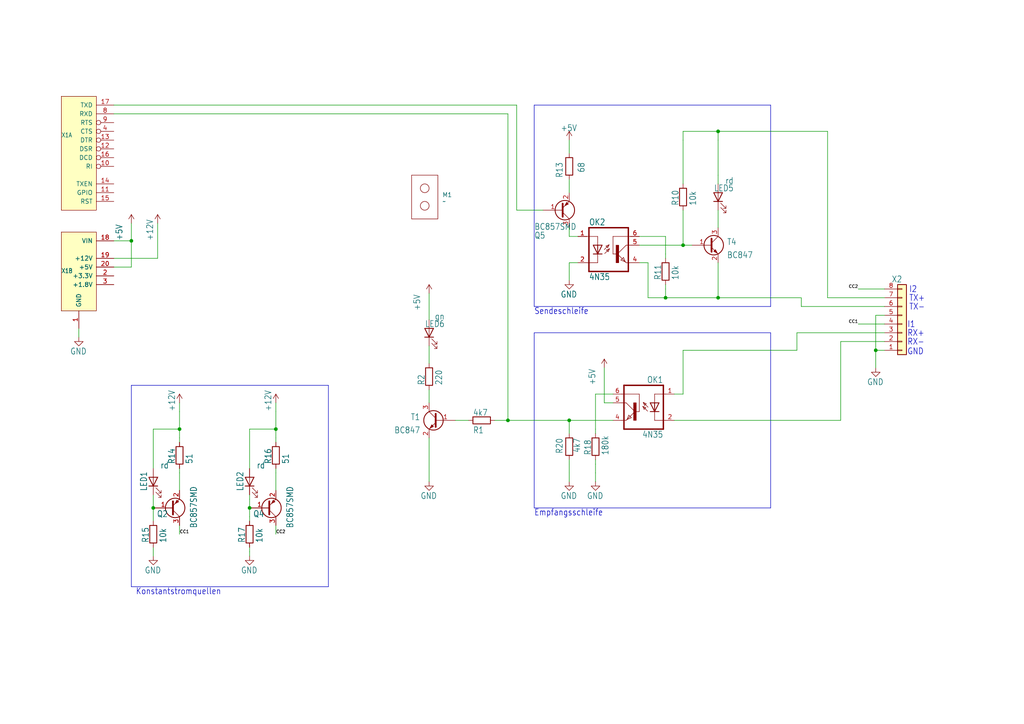
<source format=kicad_sch>
(kicad_sch (version 20250114) (generator "eeschema") (generator_version "9.0")
  (paper "A4")
  (title_block (date "2023-09-23"))
  (lib_symbols
    (symbol "5_TTY-eagle-import:4N35"
      (property "Reference" "OK" (at -6.985 5.715 0))
      (symbol "4N35_1_0"
        (polyline (pts (xy -7.62 2.54) (xy -4.445 2.54)) (stroke (width 0.1524)))
        (polyline (pts (xy -6.985 5.08) (xy -6.985 -7.62)) (stroke (width 0.4064)))
        (polyline (pts (xy -6.985 5.08) (xy 4.445 5.08)) (stroke (width 0.4064)))
        (polyline (pts (xy -6.985 -7.62) (xy 4.445 -7.62)) (stroke (width 0.4064)))
        (polyline (pts (xy -4.445 2.54) (xy -4.445 0)) (stroke (width 0.1524)))
        (polyline (pts (xy -4.445 0) (xy -5.715 0)) (stroke (width 0.254)))
        (polyline (pts (xy -4.445 0) (xy -4.445 -2.54)) (stroke (width 0.254)))
        (polyline (pts (xy -4.445 -2.54) (xy -5.715 0)) (stroke (width 0.254)))
        (polyline (pts (xy -4.445 -2.54) (xy -5.715 -2.54)) (stroke (width 0.254)))
        (polyline (pts (xy -4.445 -2.54) (xy -4.445 -5.08)) (stroke (width 0.1524)))
        (polyline (pts (xy -4.445 -5.08) (xy -7.62 -5.08)) (stroke (width 0.1524)))
        (polyline (pts (xy -3.175 0) (xy -4.445 0)) (stroke (width 0.254)))
        (polyline (pts (xy -3.175 0) (xy -4.445 -2.54)) (stroke (width 0.254)))
        (polyline (pts (xy -3.175 -2.54) (xy -4.445 -2.54)) (stroke (width 0.254)))
        (polyline (pts (xy -2.54 -1.27) (xy -1.143 0.127)) (stroke (width 0.1524)))
        (polyline (pts (xy -2.413 -2.413) (xy -1.016 -1.016)) (stroke (width 0.1524)))
        (polyline (pts (xy -2.032 -0.254) (xy -1.524 -0.762)) (stroke (width 0.1524)))
        (polyline (pts (xy -1.905 -1.397) (xy -1.397 -1.905)) (stroke (width 0.1524)))
        (polyline (pts (xy -1.524 -0.762) (xy -1.143 0.127)) (stroke (width 0.1524)))
        (polyline (pts (xy -1.397 -1.905) (xy -1.016 -1.016)) (stroke (width 0.1524)))
        (polyline (pts (xy -1.143 0.127) (xy -2.032 -0.254)) (stroke (width 0.1524)))
        (polyline (pts (xy -1.016 -1.016) (xy -1.905 -1.397)) (stroke (width 0.1524)))
        (polyline (pts (xy 0 2.54) (xy 5.08 2.54)) (stroke (width 0.1524)))
        (polyline (pts (xy 0 -2.54) (xy 0 2.54)) (stroke (width 0.1524)))
        (polyline (pts (xy 0 -2.54) (xy 1.016 -2.54)) (stroke (width 0.1524)))
        (rectangle (start 0.889 -5.08) (end 1.651 0) (fill (type outline)))
        (polyline (pts (xy 1.27 -2.54) (xy 3.556 -4.826)) (stroke (width 0.1524)))
        (polyline (pts (xy 2.286 -4.318) (xy 3.048 -3.556)) (stroke (width 0.1524)))
        (polyline (pts (xy 3.048 -3.556) (xy 3.556 -4.826)) (stroke (width 0.1524)))
        (polyline (pts (xy 3.556 -4.826) (xy 2.286 -4.318)) (stroke (width 0.1524)))
        (polyline (pts (xy 3.556 -4.826) (xy 3.81 -5.08)) (stroke (width 0.1524)))
        (polyline (pts (xy 3.81 0) (xy 1.27 -2.54)) (stroke (width 0.1524)))
        (polyline (pts (xy 3.81 0) (xy 5.08 0)) (stroke (width 0.1524)))
        (polyline (pts (xy 3.81 -5.08) (xy 5.08 -5.08)) (stroke (width 0.1524)))
        (polyline (pts (xy 4.445 5.08) (xy 4.445 -7.62)) (stroke (width 0.4064)))
        (pin passive line (at -10.16 2.54 0) (length 2.54) (name "A") (number "1"))
        (pin passive line (at -10.16 -5.08 0) (length 2.54) (name "C") (number "2"))
        (pin passive line (at 7.62 2.54 180) (length 2.54) (name "BAS") (number "6"))
        (pin passive line (at 7.62 0 180) (length 2.54) (name "COL") (number "5"))
        (pin passive line (at 7.62 -5.08 180) (length 2.54) (name "EMI") (number "4"))
      )
    )
    (symbol "AllSerial2:AllSerial_Connector" (pin_names (offset 1.016))
      (property "Reference" "X" (at -5.08 19.05 0))
      (symbol "AllSerial_Connector_1_0"
        (pin output line (at 10.16 15.24 180) (length 5.08) (name "TXD") (number "17"))
        (pin input line (at 10.16 12.7 180) (length 5.08) (name "RXD") (number "8"))
        (pin output inverted (at 10.16 10.16 180) (length 5.08) (name "RTS") (number "9"))
        (pin input inverted (at 10.16 7.62 180) (length 5.08) (name "CTS") (number "4"))
        (pin output inverted (at 10.16 5.08 180) (length 5.08) (name "DTR") (number "13"))
        (pin input inverted (at 10.16 2.54 180) (length 5.08) (name "DSR") (number "12"))
        (pin input inverted (at 10.16 0 180) (length 5.08) (name "DCD") (number "16"))
        (pin input inverted (at 10.16 -2.54 180) (length 5.08) (name "RI") (number "10"))
        (pin output line (at 10.16 -7.62 180) (length 5.08) (name "TXEN") (number "14"))
        (pin bidirectional line (at 10.16 -10.16 180) (length 5.08) (name "GPIO") (number "11"))
        (pin bidirectional line (at 10.16 -12.7 180) (length 5.08) (name "RST") (number "15"))
      )
      (symbol "AllSerial_Connector_1_1"
        (rectangle (start -5.08 17.78) (end 5.08 -15.24) (fill (type background)))
      )
      (symbol "AllSerial_Connector_2_0"
        (pin bidirectional line (at 0 -10.16 90) (length 5.08) (name "GND") (number "1"))
        (pin bidirectional line (at 10.16 15.24 180) (length 5.08) (name "VIN") (number "18"))
        (pin bidirectional line (at 10.16 10.16 180) (length 5.08) (name "+12V") (number "19"))
        (pin bidirectional line (at 10.16 7.62 180) (length 5.08) (name "+5V") (number "20"))
        (pin bidirectional line (at 10.16 5.08 180) (length 5.08) (name "+3.3V") (number "2"))
        (pin bidirectional line (at 10.16 2.54 180) (length 5.08) (name "+1.8V") (number "3"))
      )
      (symbol "AllSerial_Connector_2_1"
        (rectangle (start -5.08 17.78) (end 5.08 -5.08) (fill (type background)))
      )
      (symbol "AllSerial_Connector_3_0"
        (pin bidirectional line (at 10.16 15.24 180) (length 5.08) (name "VUSB") (number "7"))
        (pin bidirectional line (at 10.16 12.7 180) (length 5.08) (name "D+") (number "6"))
        (pin bidirectional line (at 10.16 10.16 180) (length 5.08) (name "D-") (number "5"))
      )
      (symbol "AllSerial_Connector_3_1"
        (rectangle (start -5.08 17.78) (end 5.08 7.62) (fill (type background)))
      )
    )
    (symbol "AllSerial:Mentor_1296.2012"
      (property "Reference" "M" (at 0 16.51 0))
      (symbol "Mentor_1296.2012_0_1"
        (rectangle (start -3.81 15.24) (end 3.81 2.54))
        (circle (center 0 11.43) (radius 1.27))
        (circle (center 0 6.35) (radius 1.27))
      )
    )
    (symbol "Connector_Generic:Conn_01x08" (pin_names (offset 1.016) (hide yes))
      (property "Reference" "J" (at 0 10.16 0))
      (property "Value" "Conn_01x08" (at 0 -12.7 0))
      (symbol "Conn_01x08_1_1"
        (rectangle (start -1.27 8.89) (end 1.27 -11.43) (stroke (width 0.254)) (fill (type background)))
        (rectangle (start -1.27 7.747) (end 0 7.493) (stroke (width 0.1524)))
        (rectangle (start -1.27 5.207) (end 0 4.953) (stroke (width 0.1524)))
        (rectangle (start -1.27 2.667) (end 0 2.413) (stroke (width 0.1524)))
        (rectangle (start -1.27 0.127) (end 0 -0.127) (stroke (width 0.1524)))
        (rectangle (start -1.27 -2.413) (end 0 -2.667) (stroke (width 0.1524)))
        (rectangle (start -1.27 -4.953) (end 0 -5.207) (stroke (width 0.1524)))
        (rectangle (start -1.27 -7.493) (end 0 -7.747) (stroke (width 0.1524)))
        (rectangle (start -1.27 -10.033) (end 0 -10.287) (stroke (width 0.1524)))
        (pin passive line (at -5.08 7.62 0) (length 3.81) (name "Pin_1") (number "1"))
        (pin passive line (at -5.08 5.08 0) (length 3.81) (name "Pin_2") (number "2"))
        (pin passive line (at -5.08 2.54 0) (length 3.81) (name "Pin_3") (number "3"))
        (pin passive line (at -5.08 0 0) (length 3.81) (name "Pin_4") (number "4"))
        (pin passive line (at -5.08 -2.54 0) (length 3.81) (name "Pin_5") (number "5"))
        (pin passive line (at -5.08 -5.08 0) (length 3.81) (name "Pin_6") (number "6"))
        (pin passive line (at -5.08 -7.62 0) (length 3.81) (name "Pin_7") (number "7"))
        (pin passive line (at -5.08 -10.16 0) (length 3.81) (name "Pin_8") (number "8"))
      )
    )
    (symbol "Device:LED" (pin_numbers (hide yes)) (pin_names (offset 1.016) (hide yes))
      (property "Reference" "D" (at 0 2.54 0))
      (property "Value" "LED" (at 0 -2.54 0))
      (symbol "LED_0_1"
        (polyline (pts (xy -3.048 -0.762) (xy -4.572 -2.286) (xy -3.81 -2.286) (xy -4.572 -2.286) (xy -4.572 -1.524)))
        (polyline (pts (xy -1.778 -0.762) (xy -3.302 -2.286) (xy -2.54 -2.286) (xy -3.302 -2.286) (xy -3.302 -1.524)))
        (polyline (pts (xy -1.27 0) (xy 1.27 0)))
        (polyline (pts (xy -1.27 -1.27) (xy -1.27 1.27)) (stroke (width 0.254)))
        (polyline (pts (xy 1.27 -1.27) (xy 1.27 1.27) (xy -1.27 0) (xy 1.27 -1.27)) (stroke (width 0.254)))
      )
      (symbol "LED_1_1"
        (pin passive line (at -3.81 0 0) (length 2.54) (name "K") (number "1"))
        (pin passive line (at 3.81 0 180) (length 2.54) (name "A") (number "2"))
      )
    )
    (symbol "Device:R" (pin_numbers (hide yes)) (pin_names (offset 0))
      (property "Reference" "R" (at 2.032 0 90))
      (property "Value" "R" (at 0 0 90))
      (symbol "R_0_1"
        (rectangle (start -1.016 -2.54) (end 1.016 2.54) (stroke (width 0.254)))
      )
      (symbol "R_1_1"
        (pin passive line (at 0 3.81 270) (length 1.27) (name "~") (number "1"))
        (pin passive line (at 0 -3.81 90) (length 1.27) (name "~") (number "2"))
      )
    )
    (symbol "Transistor_BJT:BC847" (pin_names (offset 0) (hide yes))
      (property "Reference" "Q" (at 5.08 1.905 0))
      (property "Value" "BC847" (at 5.08 0 0))
      (symbol "BC847_0_1"
        (polyline (pts (xy 0.635 1.905) (xy 0.635 -1.905) (xy 0.635 -1.905)) (stroke (width 0.508)))
        (polyline (pts (xy 0.635 0.635) (xy 2.54 2.54)))
        (polyline (pts (xy 0.635 -0.635) (xy 2.54 -2.54) (xy 2.54 -2.54)))
        (circle (center 1.27 0) (radius 2.8194) (stroke (width 0.254)))
        (polyline (pts (xy 1.27 -1.778) (xy 1.778 -1.27) (xy 2.286 -2.286) (xy 1.27 -1.778) (xy 1.27 -1.778)) (fill (type outline)))
      )
      (symbol "BC847_1_1"
        (pin input line (at -5.08 0 0) (length 5.715) (name "B") (number "1"))
        (pin passive line (at 2.54 5.08 270) (length 2.54) (name "C") (number "3"))
        (pin passive line (at 2.54 -5.08 90) (length 2.54) (name "E") (number "2"))
      )
    )
    (symbol "Transistor_BJT:BC857" (pin_names (offset 0) (hide yes))
      (property "Reference" "Q" (at 5.08 1.905 0))
      (property "Value" "BC857" (at 5.08 0 0))
      (symbol "BC857_0_1"
        (polyline (pts (xy 0.635 1.905) (xy 0.635 -1.905) (xy 0.635 -1.905)) (stroke (width 0.508)))
        (polyline (pts (xy 0.635 0.635) (xy 2.54 2.54)))
        (polyline (pts (xy 0.635 -0.635) (xy 2.54 -2.54) (xy 2.54 -2.54)))
        (circle (center 1.27 0) (radius 2.8194) (stroke (width 0.254)))
        (polyline (pts (xy 2.286 -1.778) (xy 1.778 -2.286) (xy 1.27 -1.27) (xy 2.286 -1.778) (xy 2.286 -1.778)) (fill (type outline)))
      )
      (symbol "BC857_1_1"
        (pin input line (at -5.08 0 0) (length 5.715) (name "B") (number "1"))
        (pin passive line (at 2.54 5.08 270) (length 2.54) (name "C") (number "3"))
        (pin passive line (at 2.54 -5.08 90) (length 2.54) (name "E") (number "2"))
      )
    )
    (symbol "power:+12V" (power) (pin_names (offset 0))
      (property "Value" "+12V" (at 0 3.556 0))
      (symbol "+12V_0_1"
        (polyline (pts (xy -0.762 1.27) (xy 0 2.54)))
        (polyline (pts (xy 0 2.54) (xy 0.762 1.27)))
        (polyline (pts (xy 0 0) (xy 0 2.54)))
      )
      (symbol "+12V_1_1"
        (pin power_in line (at 0 0 90) (length 0) (hide yes) (name "+12V") (number "1"))
      )
    )
    (symbol "power:+5V" (power) (pin_names (offset 0))
      (property "Value" "+5V" (at 0 3.556 0))
      (symbol "+5V_0_1"
        (polyline (pts (xy -0.762 1.27) (xy 0 2.54)))
        (polyline (pts (xy 0 2.54) (xy 0.762 1.27)))
        (polyline (pts (xy 0 0) (xy 0 2.54)))
      )
      (symbol "+5V_1_1"
        (pin power_in line (at 0 0 90) (length 0) (hide yes) (name "+5V") (number "1"))
      )
    )
    (symbol "power:GND" (power) (pin_names (offset 0))
      (property "Value" "GND" (at 0 -3.81 0))
      (symbol "GND_0_1"
        (polyline (pts (xy 0 0) (xy 0 -1.27) (xy 1.27 -1.27) (xy 0 -2.54) (xy -1.27 -1.27) (xy 0 -1.27)))
      )
      (symbol "GND_1_1"
        (pin power_in line (at 0 0 270) (length 0) (hide yes) (name "GND") (number "1"))
      )
    )
  )
  (text "GND" (at 263.144 103.124 0) (effects (font (size 1.778 1.5113)) (justify left bottom)))
  (text "TX-" (at 263.652 90.17 0) (effects (font (size 1.778 1.5113)) (justify left bottom)))
  (text "TX+" (at 263.652 87.63 0) (effects (font (size 1.778 1.5113)) (justify left bottom)))
  (text "RX-" (at 263.144 100.33 0) (effects (font (size 1.778 1.5113)) (justify left bottom)))
  (text "RX+" (at 263.144 97.79 0) (effects (font (size 1.778 1.5113)) (justify left bottom)))
  (text "Konstantstromquellen" (at 39.37 172.72 0) (effects (font (size 1.778 1.5113)) (justify left bottom)))
  (text "I1" (at 263.144 95.25 0) (effects (font (size 1.778 1.5113)) (justify left bottom)))
  (text "I2" (at 263.652 85.09 0) (effects (font (size 1.778 1.5113)) (justify left bottom)))
  (text "Sendeschleife" (at 154.94 91.44 0) (effects (font (size 1.778 1.5113)) (justify left bottom)))
  (text "Empfangsschleife" (at 154.94 149.86 0) (effects (font (size 1.778 1.5113)) (justify left bottom)))
  (junction (at 72.39 147.32))
  (junction (at 80.01 124.46))
  (junction (at 198.12 71.12))
  (junction (at 147.32 121.92))
  (junction (at 254 101.6))
  (junction (at 208.28 38.1))
  (junction (at 165.1 121.92))
  (junction (at 38.1 69.85))
  (junction (at 44.45 147.32))
  (junction (at 208.28 86.36))
  (junction (at 52.07 124.46))
  (junction (at 193.04 86.36))
  (wire (pts (xy 208.28 50.8) (xy 208.28 53.34)) (stroke (width 0.1524)))
  (wire (pts (xy 193.04 68.58) (xy 193.04 73.66)) (stroke (width 0.1524)))
  (wire (pts (xy 175.26 106.68) (xy 175.26 109.22)))
  (wire (pts (xy 208.28 38.1) (xy 240.03 38.1)) (stroke (width 0.1524)))
  (wire (pts (xy 80.01 152.4) (xy 80.01 154.94)) (stroke (width 0.1524)))
  (wire (pts (xy 172.72 137.16) (xy 172.72 134.62)) (stroke (width 0.1524)))
  (wire (pts (xy 165.1 121.92) (xy 165.1 124.46)) (stroke (width 0.1524)))
  (wire (pts (xy 33.02 30.48) (xy 149.86 30.48)) (stroke (width 0.1524)))
  (wire (pts (xy 165.1 78.74) (xy 165.1 81.28)))
  (wire (pts (xy 187.96 86.36) (xy 193.04 86.36)) (stroke (width 0.1524)))
  (wire (pts (xy 198.12 101.6) (xy 198.12 114.3)) (stroke (width 0.1524)))
  (polyline (pts (xy 223.52 96.52) (xy 223.52 147.32)) (stroke (width 0.1524) (type solid)))
  (wire (pts (xy 124.46 113.03) (xy 124.46 116.84)))
  (wire (pts (xy 232.41 88.9) (xy 256.54 88.9)) (stroke (width 0.1524)))
  (wire (pts (xy 210.82 101.6) (xy 231.14 101.6)) (stroke (width 0.1524)))
  (wire (pts (xy 38.1 69.85) (xy 38.1 64.77)) (stroke (width 0.1524)))
  (wire (pts (xy 232.41 86.36) (xy 232.41 88.9)) (stroke (width 0.1524)))
  (wire (pts (xy 208.28 86.36) (xy 232.41 86.36)) (stroke (width 0.1524)))
  (wire (pts (xy 149.86 60.96) (xy 157.48 60.96)))
  (wire (pts (xy 165.1 137.16) (xy 165.1 139.7)))
  (wire (pts (xy 165.1 124.46) (xy 165.1 125.73)))
  (wire (pts (xy 187.96 76.2) (xy 187.96 86.36)) (stroke (width 0.1524)))
  (wire (pts (xy 193.04 86.36) (xy 208.28 86.36)) (stroke (width 0.1524)))
  (wire (pts (xy 231.14 96.52) (xy 256.54 96.52)) (stroke (width 0.1524)))
  (wire (pts (xy 44.45 149.86) (xy 44.45 147.32)) (stroke (width 0.1524)))
  (polyline (pts (xy 154.94 96.52) (xy 223.52 96.52)) (stroke (width 0.1524) (type solid)))
  (wire (pts (xy 175.26 116.84) (xy 175.26 109.22)) (stroke (width 0.1524)))
  (wire (pts (xy 165.1 40.64) (xy 165.1 43.18)) (stroke (width 0.1524)))
  (wire (pts (xy 72.39 149.86) (xy 72.39 151.13)))
  (wire (pts (xy 198.12 71.12) (xy 198.12 60.96)) (stroke (width 0.1524)))
  (wire (pts (xy 195.58 121.92) (xy 243.84 121.92)) (stroke (width 0.1524)))
  (wire (pts (xy 132.08 121.92) (xy 135.89 121.92)))
  (wire (pts (xy 177.8 116.84) (xy 175.26 116.84)) (stroke (width 0.1524)))
  (wire (pts (xy 72.39 124.46) (xy 80.01 124.46)) (stroke (width 0.1524)))
  (wire (pts (xy 52.07 119.38) (xy 52.07 124.46)) (stroke (width 0.1524)))
  (wire (pts (xy 256.54 91.44) (xy 254 91.44)))
  (polyline (pts (xy 223.52 30.48) (xy 223.52 88.9)) (stroke (width 0.1524) (type solid)))
  (wire (pts (xy 72.39 161.29) (xy 72.39 160.02)) (stroke (width 0.1524)))
  (wire (pts (xy 52.07 152.4) (xy 52.07 154.94)) (stroke (width 0.1524)))
  (wire (pts (xy 254 101.6) (xy 254 106.68)))
  (wire (pts (xy 80.01 119.38) (xy 80.01 124.46)) (stroke (width 0.1524)))
  (wire (pts (xy 177.8 121.92) (xy 165.1 121.92)) (stroke (width 0.1524)))
  (wire (pts (xy 72.39 144.78) (xy 72.39 147.32)) (stroke (width 0.1524)))
  (wire (pts (xy 52.07 124.46) (xy 52.07 127)) (stroke (width 0.1524)))
  (wire (pts (xy 72.39 124.46) (xy 72.39 135.89)) (stroke (width 0.1524)))
  (wire (pts (xy 52.07 135.89) (xy 52.07 137.16)))
  (wire (pts (xy 33.02 69.85) (xy 38.1 69.85)) (stroke (width 0.1524)))
  (wire (pts (xy 243.84 99.06) (xy 256.54 99.06)) (stroke (width 0.1524)))
  (wire (pts (xy 149.86 30.48) (xy 149.86 60.96)) (stroke (width 0.1524)))
  (wire (pts (xy 72.39 149.86) (xy 72.39 147.32)) (stroke (width 0.1524)))
  (wire (pts (xy 44.45 124.46) (xy 52.07 124.46)) (stroke (width 0.1524)))
  (wire (pts (xy 80.01 135.89) (xy 80.01 137.16)))
  (wire (pts (xy 248.92 83.82) (xy 256.54 83.82)) (stroke (width 0.1524)))
  (wire (pts (xy 208.28 86.36) (xy 208.28 76.2)) (stroke (width 0.1524)))
  (polyline (pts (xy 223.52 88.9) (xy 154.94 88.9)) (stroke (width 0.1524) (type solid)))
  (wire (pts (xy 167.64 68.58) (xy 165.1 68.58)) (stroke (width 0.1524)))
  (wire (pts (xy 198.12 71.12) (xy 200.66 71.12)) (stroke (width 0.1524)))
  (wire (pts (xy 165.1 52.07) (xy 165.1 53.34)))
  (wire (pts (xy 165.1 133.35) (xy 165.1 134.62)))
  (polyline (pts (xy 154.94 30.48) (xy 223.52 30.48)) (stroke (width 0.1524) (type solid)))
  (wire (pts (xy 72.39 143.51) (xy 72.39 144.78)))
  (wire (pts (xy 38.1 77.47) (xy 38.1 69.85)) (stroke (width 0.1524)))
  (wire (pts (xy 44.45 143.51) (xy 44.45 147.32)) (stroke (width 0.1524)))
  (wire (pts (xy 172.72 114.3) (xy 172.72 124.46)) (stroke (width 0.1524)))
  (wire (pts (xy 33.02 74.93) (xy 45.72 74.93)) (stroke (width 0.1524)))
  (wire (pts (xy 243.84 121.92) (xy 243.84 99.06)) (stroke (width 0.1524)))
  (wire (pts (xy 22.86 95.25) (xy 22.86 97.79)))
  (wire (pts (xy 167.64 76.2) (xy 165.1 76.2)) (stroke (width 0.1524)))
  (wire (pts (xy 198.12 38.1) (xy 198.12 40.64)) (stroke (width 0.1524)))
  (wire (pts (xy 52.07 116.84) (xy 52.07 119.38)))
  (wire (pts (xy 240.03 38.1) (xy 240.03 86.36)) (stroke (width 0.1524)))
  (wire (pts (xy 52.07 137.16) (xy 52.07 142.24)) (stroke (width 0.1524)))
  (wire (pts (xy 172.72 133.35) (xy 172.72 134.62)))
  (wire (pts (xy 193.04 73.66) (xy 193.04 74.93)))
  (polyline (pts (xy 95.25 111.76) (xy 95.25 170.18)) (stroke (width 0.1524) (type solid)))
  (wire (pts (xy 172.72 137.16) (xy 172.72 139.7)))
  (wire (pts (xy 248.92 93.98) (xy 256.54 93.98)) (stroke (width 0.1524)))
  (wire (pts (xy 165.1 137.16) (xy 165.1 134.62)) (stroke (width 0.1524)))
  (wire (pts (xy 147.32 121.92) (xy 147.32 33.02)) (stroke (width 0.1524)))
  (wire (pts (xy 72.39 158.75) (xy 72.39 160.02)))
  (wire (pts (xy 256.54 101.6) (xy 254 101.6)))
  (wire (pts (xy 208.28 40.64) (xy 208.28 38.1)) (stroke (width 0.1524)))
  (wire (pts (xy 165.1 76.2) (xy 165.1 78.74)) (stroke (width 0.1524)))
  (polyline (pts (xy 154.94 147.32) (xy 154.94 96.52)) (stroke (width 0.1524) (type solid)))
  (wire (pts (xy 193.04 82.55) (xy 193.04 83.82)))
  (wire (pts (xy 124.46 85.09) (xy 124.46 92.71)))
  (wire (pts (xy 44.45 135.89) (xy 44.45 124.46)) (stroke (width 0.1524)))
  (wire (pts (xy 172.72 124.46) (xy 172.72 125.73)))
  (wire (pts (xy 198.12 40.64) (xy 198.12 53.34)))
  (polyline (pts (xy 223.52 147.32) (xy 154.94 147.32)) (stroke (width 0.1524) (type solid)))
  (wire (pts (xy 231.14 96.52) (xy 231.14 101.6)) (stroke (width 0.1524)))
  (wire (pts (xy 185.42 68.58) (xy 193.04 68.58)) (stroke (width 0.1524)))
  (polyline (pts (xy 154.94 88.9) (xy 154.94 30.48)) (stroke (width 0.1524) (type solid)))
  (wire (pts (xy 165.1 121.92) (xy 147.32 121.92)) (stroke (width 0.1524)))
  (wire (pts (xy 44.45 161.29) (xy 44.45 160.02)) (stroke (width 0.1524)))
  (wire (pts (xy 147.32 33.02) (xy 33.02 33.02)) (stroke (width 0.1524)))
  (wire (pts (xy 80.01 127) (xy 80.01 128.27)))
  (wire (pts (xy 195.58 114.3) (xy 198.12 114.3)) (stroke (width 0.1524)))
  (wire (pts (xy 80.01 116.84) (xy 80.01 119.38)))
  (wire (pts (xy 208.28 40.64) (xy 208.28 50.8)))
  (wire (pts (xy 52.07 127) (xy 52.07 128.27)))
  (wire (pts (xy 185.42 76.2) (xy 187.96 76.2)) (stroke (width 0.1524)))
  (wire (pts (xy 124.46 127) (xy 124.46 139.7)))
  (wire (pts (xy 80.01 124.46) (xy 80.01 127)) (stroke (width 0.1524)))
  (wire (pts (xy 254 91.44) (xy 254 101.6)))
  (wire (pts (xy 44.45 149.86) (xy 44.45 151.13)))
  (wire (pts (xy 45.72 74.93) (xy 45.72 64.77)) (stroke (width 0.1524)))
  (wire (pts (xy 33.02 77.47) (xy 38.1 77.47)) (stroke (width 0.1524)))
  (wire (pts (xy 208.28 38.1) (xy 198.12 38.1)) (stroke (width 0.1524)))
  (wire (pts (xy 185.42 71.12) (xy 198.12 71.12)) (stroke (width 0.1524)))
  (polyline (pts (xy 95.25 170.18) (xy 38.1 170.18)) (stroke (width 0.1524) (type solid)))
  (wire (pts (xy 44.45 158.75) (xy 44.45 160.02)))
  (wire (pts (xy 208.28 60.96) (xy 208.28 66.04)) (stroke (width 0.1524)))
  (wire (pts (xy 143.51 121.92) (xy 147.32 121.92)))
  (wire (pts (xy 165.1 43.18) (xy 165.1 44.45)))
  (wire (pts (xy 193.04 86.36) (xy 193.04 83.82)) (stroke (width 0.1524)))
  (wire (pts (xy 177.8 114.3) (xy 172.72 114.3)) (stroke (width 0.1524)))
  (wire (pts (xy 240.03 86.36) (xy 256.54 86.36)) (stroke (width 0.1524)))
  (wire (pts (xy 80.01 137.16) (xy 80.01 142.24)) (stroke (width 0.1524)))
  (wire (pts (xy 165.1 68.58) (xy 165.1 66.04)) (stroke (width 0.1524)))
  (wire (pts (xy 124.46 100.33) (xy 124.46 105.41)))
  (wire (pts (xy 198.12 101.6) (xy 200.66 101.6)) (stroke (width 0.1524)))
  (polyline (pts (xy 38.1 111.76) (xy 95.25 111.76)) (stroke (width 0.1524) (type solid)))
  (wire (pts (xy 200.66 101.6) (xy 210.82 101.6)))
  (wire (pts (xy 165.1 55.88) (xy 165.1 53.34)) (stroke (width 0.1524)))
  (polyline (pts (xy 38.1 170.18) (xy 38.1 111.76)) (stroke (width 0.1524) (type solid)))
  (label "CC1" (at 248.92 93.98 180) (effects (font (size 0.889 0.889))))
  (label "CC1" (at 52.07 154.94 0) (effects (font (size 0.889 0.889))))
  (label "CC2" (at 80.01 154.94 0) (effects (font (size 0.889 0.889))))
  (label "CC2" (at 248.92 83.82 180) (effects (font (size 0.889 0.889))))
  (symbol (lib_id "AllSerial2:AllSerial_Connector") (at 22.86 45.72 0) (unit 1)
    (property "Reference" "X1" (at 17.78 39.878 0) (effects (font (size 1.27 1.0795)) (justify left bottom)))
    (property "Value" "ALLSERIALSLAVE" (effects (hide yes)))
    (property "Footprint" "AllSerial:SlaveBoard" (effects (hide yes)))
  )
  (symbol (lib_id "power:+12V") (at 45.72 64.77 0) (unit 1)
    (property "Reference" "#P+01" (effects (hide yes)))
    (property "Value" "+12V" (at 44.45 69.85 90) (effects (font (size 1.778 1.5113)) (justify left bottom)))
  )
  (symbol (lib_id "power:+12V") (at 52.07 116.84 0) (unit 1)
    (property "Reference" "#P+05" (effects (hide yes)))
    (property "Value" "+12V" (at 50.8 119.38 90) (effects (font (size 1.778 1.5113)) (justify left bottom)))
  )
  (symbol (lib_id "power:+12V") (at 80.01 116.84 0) (unit 1)
    (property "Reference" "#P+06" (effects (hide yes)))
    (property "Value" "+12V" (at 78.74 119.38 90) (effects (font (size 1.778 1.5113)) (justify left bottom)))
  )
  (symbol (lib_id "Device:LED") (at 72.39 139.7 90) (unit 1)
    (property "Reference" "LED2" (at 70.612 142.494 0) (effects (font (size 1.778 1.5113)) (justify left bottom)))
    (property "Value" "rd" (at 76.962 133.985 90) (effects (font (size 1.778 1.5113)) (justify left bottom)))
    (property "Footprint" "LED_SMD:LED_0603_1608Metric" (effects (hide yes)))
    (property "Description" "Light emitting diode" (effects (hide yes)))
  )
  (symbol (lib_id "power:GND") (at 165.1 139.7 0) (unit 1)
    (property "Reference" "#GND05" (effects (hide yes)))
    (property "Value" "GND" (at 162.56 144.78 0) (effects (font (size 1.778 1.5113)) (justify left bottom)))
  )
  (symbol (lib_id "power:GND") (at 72.39 161.29 0) (unit 1)
    (property "Reference" "#GND03" (effects (hide yes)))
    (property "Value" "GND" (at 69.85 166.37 0) (effects (font (size 1.778 1.5113)) (justify left bottom)))
  )
  (symbol (lib_id "power:+5V") (at 165.1 40.64 0) (unit 1)
    (property "Reference" "#P+03" (effects (hide yes)))
    (property "Value" "+5V" (at 162.56 38.1 0) (effects (font (size 1.778 1.5113)) (justify left bottom)))
  )
  (symbol (lib_id "AllSerial:Mentor_1296.2012") (at 123.19 66.04 0) (unit 1)
    (property "Reference" "M1" (at 128.27 56.5149 0) (effects (justify left)))
    (property "Value" "~" (at 128.27 58.42 0) (effects (justify left)))
    (property "Footprint" "AllSerial:Mentor 1296.2012" (effects (hide yes)))
  )
  (symbol (lib_id "Device:LED") (at 208.28 57.15 90) (unit 1)
    (property "Reference" "LED5" (at 212.852 53.594 90) (effects (font (size 1.778 1.5113)) (justify left bottom)))
    (property "Value" "rd" (at 212.852 51.435 90) (effects (font (size 1.778 1.5113)) (justify left bottom)))
    (property "Footprint" "LED_SMD:LED_0603_1608Metric" (effects (hide yes)))
    (property "Description" "Light emitting diode" (effects (hide yes)))
  )
  (symbol (lib_id "Device:LED") (at 44.45 139.7 90) (unit 1)
    (property "Reference" "LED1" (at 42.672 142.494 0) (effects (font (size 1.778 1.5113)) (justify left bottom)))
    (property "Value" "rd" (at 49.022 133.985 90) (effects (font (size 1.778 1.5113)) (justify left bottom)))
    (property "Footprint" "LED_SMD:LED_0603_1608Metric" (effects (hide yes)))
    (property "Description" "Light emitting diode" (effects (hide yes)))
  )
  (symbol (lib_id "power:GND") (at 124.46 139.7 0) (unit 1)
    (property "Reference" "#GND06" (effects (hide yes)))
    (property "Value" "GND" (at 121.92 144.78 0) (effects (font (size 1.778 1.5113)) (justify left bottom)))
  )
  (symbol (lib_id "Connector_Generic:Conn_01x08") (at 261.62 93.98 0) (mirror x) (unit 1)
    (property "Reference" "X2" (at 258.572 80.01 0) (effects (font (size 1.778 1.5113)) (justify left bottom)))
    (property "Value" "AKL18X-08W" (effects (hide yes)))
    (property "Footprint" "AllSerial:Metz_PT11308HBBN_182" (effects (hide yes)))
  )
  (symbol (lib_id "Device:R") (at 52.07 132.08 0) (unit 1)
    (property "Reference" "R14" (at 50.8 134.62 90) (effects (font (size 1.778 1.5113)) (justify left bottom)))
    (property "Value" "51" (at 55.88 134.62 90) (effects (font (size 1.778 1.5113)) (justify left bottom)))
    (property "Footprint" "Resistor_SMD:R_0805_2012Metric" (effects (hide yes)))
  )
  (symbol (lib_id "power:GND") (at 22.86 97.79 0) (unit 1)
    (property "Reference" "#GND01" (effects (hide yes)))
    (property "Value" "GND" (at 20.32 102.87 0) (effects (font (size 1.778 1.5113)) (justify left bottom)))
  )
  (symbol (lib_id "Transistor_BJT:BC847") (at 205.74 71.12 0) (unit 1)
    (property "Reference" "T4" (at 210.82 71.12 0) (effects (font (size 1.778 1.5113)) (justify left bottom)))
    (property "Value" "BC847" (at 210.82 74.93 0) (effects (font (size 1.778 1.5113)) (justify left bottom)))
    (property "Footprint" "Package_TO_SOT_SMD:SOT-23" (effects (hide yes)))
    (property "Datasheet" "http://www.infineon.com/dgdl/Infineon-BC847SERIES_BC848SERIES_BC849SERIES_BC850SERIES-DS-v01_01-en.pdf?fileId=db3a304314dca389011541d4630a1657" (effects (hide yes)))
    (property "FARNELL" "1081230" (effects (hide yes)))
  )
  (symbol (lib_id "5_TTY-eagle-import:4N35") (at 177.8 71.12 0) (unit 1)
    (property "Reference" "OK2" (at 170.815 65.405 0) (effects (font (size 1.778 1.5113)) (justify left bottom)))
    (property "Value" "4N35" (at 170.815 81.28 0) (effects (font (size 1.778 1.5113)) (justify left bottom)))
    (property "Footprint" "5_TTY:DIL06" (effects (hide yes)))
    (property "FARNELL" "1612454" (effects (hide yes)))
  )
  (symbol (lib_id "AllSerial2:AllSerial_Connector") (at 22.86 85.09 0) (unit 2)
    (property "Reference" "X1" (at 17.78 79.248 0) (effects (font (size 1.27 1.0795)) (justify left bottom)))
    (property "Value" "ALLSERIALSLAVE" (effects (hide yes)))
    (property "Footprint" "AllSerial:SlaveBoard" (effects (hide yes)))
  )
  (symbol (lib_id "power:+5V") (at 175.26 106.68 0) (unit 1)
    (property "Reference" "#P+04" (effects (hide yes)))
    (property "Value" "+5V" (at 172.72 111.76 90) (effects (font (size 1.778 1.5113)) (justify left bottom)))
  )
  (symbol (lib_id "power:+5V") (at 124.46 85.09 0) (unit 1)
    (property "Reference" "#P+07" (effects (hide yes)))
    (property "Value" "+5V" (at 121.92 90.17 90) (effects (font (size 1.778 1.5113)) (justify left bottom)))
  )
  (symbol (lib_id "Device:R") (at 139.7 121.92 270) (unit 1)
    (property "Reference" "R1" (at 137.16 125.73 90) (effects (font (size 1.778 1.5113)) (justify left bottom)))
    (property "Value" "4k7" (at 137.16 120.65 90) (effects (font (size 1.778 1.5113)) (justify left bottom)))
    (property "Footprint" "Resistor_SMD:R_0805_2012Metric" (effects (hide yes)))
    (property "FARNELL" "2498050" (effects (hide yes)))
  )
  (symbol (lib_id "Device:R") (at 172.72 129.54 0) (unit 1)
    (property "Reference" "R18" (at 171.45 132.08 90) (effects (font (size 1.778 1.5113)) (justify left bottom)))
    (property "Value" "180k" (at 176.53 132.08 90) (effects (font (size 1.778 1.5113)) (justify left bottom)))
    (property "Footprint" "Resistor_SMD:R_0805_2012Metric" (effects (hide yes)))
    (property "FARNELL" "2498051" (effects (hide yes)))
  )
  (symbol (lib_id "Device:R") (at 198.12 57.15 0) (unit 1)
    (property "Reference" "R10" (at 196.85 59.69 90) (effects (font (size 1.778 1.5113)) (justify left bottom)))
    (property "Value" "10k" (at 201.93 59.69 90) (effects (font (size 1.778 1.5113)) (justify left bottom)))
    (property "Footprint" "Resistor_SMD:R_0805_2012Metric" (effects (hide yes)))
    (property "FARNELL" "2498051" (effects (hide yes)))
  )
  (symbol (lib_id "power:GND") (at 165.1 81.28 0) (unit 1)
    (property "Reference" "#GND04" (effects (hide yes)))
    (property "Value" "GND" (at 162.56 86.36 0) (effects (font (size 1.778 1.5113)) (justify left bottom)))
  )
  (symbol (lib_id "Device:LED") (at 124.46 96.52 90) (unit 1)
    (property "Reference" "LED6" (at 129.032 92.964 90) (effects (font (size 1.778 1.5113)) (justify left bottom)))
    (property "Value" "gn" (at 129.032 90.805 90) (effects (font (size 1.778 1.5113)) (justify left bottom)))
    (property "Footprint" "LED_SMD:LED_0603_1608Metric" (effects (hide yes)))
    (property "Description" "Light emitting diode" (effects (hide yes)))
  )
  (symbol (lib_id "power:GND") (at 44.45 161.29 0) (unit 1)
    (property "Reference" "#GND02" (effects (hide yes)))
    (property "Value" "GND" (at 41.91 166.37 0) (effects (font (size 1.778 1.5113)) (justify left bottom)))
  )
  (symbol (lib_id "Device:R") (at 80.01 132.08 0) (unit 1)
    (property "Reference" "R16" (at 78.74 134.62 90) (effects (font (size 1.778 1.5113)) (justify left bottom)))
    (property "Value" "51" (at 83.82 134.62 90) (effects (font (size 1.778 1.5113)) (justify left bottom)))
    (property "Footprint" "Resistor_SMD:R_0805_2012Metric" (effects (hide yes)))
  )
  (symbol (lib_id "Device:R") (at 124.46 109.22 0) (unit 1)
    (property "Reference" "R2" (at 123.19 111.76 90) (effects (font (size 1.778 1.5113)) (justify left bottom)))
    (property "Value" "220" (at 128.27 111.76 90) (effects (font (size 1.778 1.5113)) (justify left bottom)))
    (property "Footprint" "Resistor_SMD:R_0805_2012Metric" (effects (hide yes)))
    (property "FARNELL" "2498090" (effects (hide yes)))
  )
  (symbol (lib_id "Device:R") (at 44.45 154.94 180) (unit 1)
    (property "Reference" "R15" (at 43.18 157.48 90) (effects (font (size 1.778 1.5113)) (justify right top)))
    (property "Value" "10k" (at 48.26 157.48 90) (effects (font (size 1.778 1.5113)) (justify right top)))
    (property "Footprint" "Resistor_SMD:R_0805_2012Metric" (effects (hide yes)))
    (property "FARNELL" "2502672" (effects (hide yes)))
  )
  (symbol (lib_id "power:GND") (at 254 106.68 0) (unit 1)
    (property "Reference" "#GND07" (effects (hide yes)))
    (property "Value" "GND" (at 251.46 111.76 0) (effects (font (size 1.778 1.5113)) (justify left bottom)))
  )
  (symbol (lib_id "Transistor_BJT:BC857") (at 49.53 147.32 0) (mirror x) (unit 1)
    (property "Reference" "Q2" (at 45.466 148.082 0) (effects (font (size 1.778 1.5113)) (justify left bottom)))
    (property "Value" "BC857SMD" (at 57.15 140.97 90) (effects (font (size 1.778 1.5113)) (justify left bottom)))
    (property "Footprint" "Package_TO_SOT_SMD:SOT-23" (effects (hide yes)))
    (property "Datasheet" "https://www.onsemi.com/pub/Collateral/BC860-D.pdf" (effects (hide yes)))
    (property "FARNELL" "8734771" (effects (hide yes)))
  )
  (symbol (lib_id "Transistor_BJT:BC857") (at 162.56 60.96 0) (mirror x) (unit 1)
    (property "Reference" "Q5" (at 154.94 67.31 0) (effects (font (size 1.778 1.5113)) (justify left bottom)))
    (property "Value" "BC857SMD" (at 154.94 64.77 0) (effects (font (size 1.778 1.5113)) (justify left bottom)))
    (property "Footprint" "Package_TO_SOT_SMD:SOT-23" (effects (hide yes)))
    (property "Datasheet" "https://www.onsemi.com/pub/Collateral/BC860-D.pdf" (effects (hide yes)))
    (property "FARNELL" "8734771" (effects (hide yes)))
  )
  (symbol (lib_id "Transistor_BJT:BC847") (at 127 121.92 0) (mirror y) (unit 1)
    (property "Reference" "T1" (at 121.92 121.92 0) (effects (font (size 1.778 1.5113)) (justify left bottom)))
    (property "Value" "BC847" (at 121.92 125.73 0) (effects (font (size 1.778 1.5113)) (justify left bottom)))
    (property "Footprint" "Package_TO_SOT_SMD:SOT-23" (effects (hide yes)))
    (property "Datasheet" "http://www.infineon.com/dgdl/Infineon-BC847SERIES_BC848SERIES_BC849SERIES_BC850SERIES-DS-v01_01-en.pdf?fileId=db3a304314dca389011541d4630a1657" (effects (hide yes)))
    (property "FARNELL" "1081230" (effects (hide yes)))
  )
  (symbol (lib_id "Device:R") (at 72.39 154.94 180) (unit 1)
    (property "Reference" "R17" (at 71.12 157.48 90) (effects (font (size 1.778 1.5113)) (justify right top)))
    (property "Value" "10k" (at 76.2 157.48 90) (effects (font (size 1.778 1.5113)) (justify right top)))
    (property "Footprint" "Resistor_SMD:R_0805_2012Metric" (effects (hide yes)))
    (property "FARNELL" "2502672" (effects (hide yes)))
  )
  (symbol (lib_id "power:GND") (at 172.72 139.7 0) (unit 1)
    (property "Reference" "#GND08" (effects (hide yes)))
    (property "Value" "GND" (at 170.18 144.78 0) (effects (font (size 1.778 1.5113)) (justify left bottom)))
  )
  (symbol (lib_id "Device:R") (at 165.1 48.26 0) (unit 1)
    (property "Reference" "R13" (at 161.29 46.99 90) (effects (font (size 1.778 1.5113)) (justify right top)))
    (property "Value" "68" (at 167.64 46.99 90) (effects (font (size 1.778 1.5113)) (justify right top)))
    (property "Footprint" "Resistor_SMD:R_0805_2012Metric" (effects (hide yes)))
    (property "FARNELL" "2498057" (effects (hide yes)))
  )
  (symbol (lib_id "Device:R") (at 165.1 129.54 180) (unit 1)
    (property "Reference" "R20" (at 161.29 127 90) (effects (font (size 1.778 1.5113)) (justify left bottom)))
    (property "Value" "4k7" (at 166.37 127 90) (effects (font (size 1.778 1.5113)) (justify left bottom)))
    (property "Footprint" "Resistor_SMD:R_0805_2012Metric" (effects (hide yes)))
    (property "FARNELL" "2498050" (effects (hide yes)))
  )
  (symbol (lib_id "Transistor_BJT:BC857") (at 77.47 147.32 0) (mirror x) (unit 1)
    (property "Reference" "Q4" (at 73.406 148.082 0) (effects (font (size 1.778 1.5113)) (justify left bottom)))
    (property "Value" "BC857SMD" (at 85.09 140.97 90) (effects (font (size 1.778 1.5113)) (justify left bottom)))
    (property "Footprint" "Package_TO_SOT_SMD:SOT-23" (effects (hide yes)))
    (property "Datasheet" "https://www.onsemi.com/pub/Collateral/BC860-D.pdf" (effects (hide yes)))
    (property "FARNELL" "8734771" (effects (hide yes)))
  )
  (symbol (lib_id "power:+5V") (at 38.1 64.77 0) (unit 1)
    (property "Reference" "#P+02" (effects (hide yes)))
    (property "Value" "+5V" (at 35.56 69.85 90) (effects (font (size 1.778 1.5113)) (justify left bottom)))
  )
  (symbol (lib_id "5_TTY-eagle-import:4N35") (at 185.42 116.84 0) (mirror y) (unit 1)
    (property "Reference" "OK1" (at 192.405 111.125 0) (effects (font (size 1.778 1.5113)) (justify left bottom)))
    (property "Value" "4N35" (at 192.405 127 0) (effects (font (size 1.778 1.5113)) (justify left bottom)))
    (property "Footprint" "5_TTY:DIL06" (effects (hide yes)))
    (property "FARNELL" "1612454" (effects (hide yes)))
  )
  (symbol (lib_id "Device:R") (at 193.04 78.74 0) (unit 1)
    (property "Reference" "R11" (at 191.77 81.28 90) (effects (font (size 1.778 1.5113)) (justify left bottom)))
    (property "Value" "10k" (at 196.85 81.28 90) (effects (font (size 1.778 1.5113)) (justify left bottom)))
    (property "Footprint" "Resistor_SMD:R_0805_2012Metric" (effects (hide yes)))
    (property "FARNELL" "2498051" (effects (hide yes)))
  )
)
</source>
